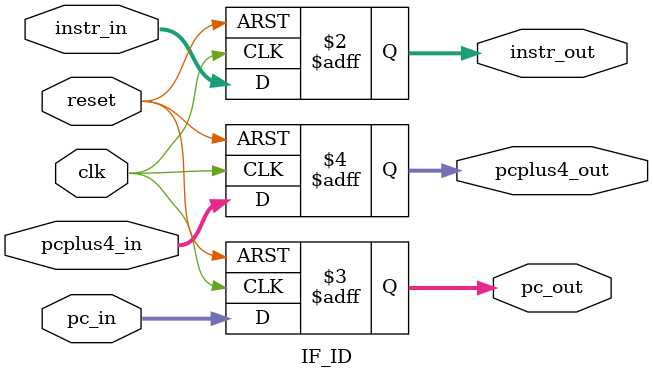
<source format=v>
module IF_ID (
    input  wire        clk,
    input  wire        reset,
    input  wire [31:0] instr_in,
    input  wire [31:0] pc_in,
    input  wire [31:0] pcplus4_in,

    output reg [31:0] instr_out,
    output reg [31:0] pc_out,
    output reg [31:0] pcplus4_out
);

    always @(posedge clk or posedge reset) begin
        if (reset) begin
            instr_out     <= 32'b0;
            pc_out        <= 32'b0;
            pcplus4_out   <= 32'b0;
        end
        else begin
            instr_out     <= instr_in;
            pc_out        <= pc_in;
            pcplus4_out   <= pcplus4_in;
        end
    end

endmodule


</source>
